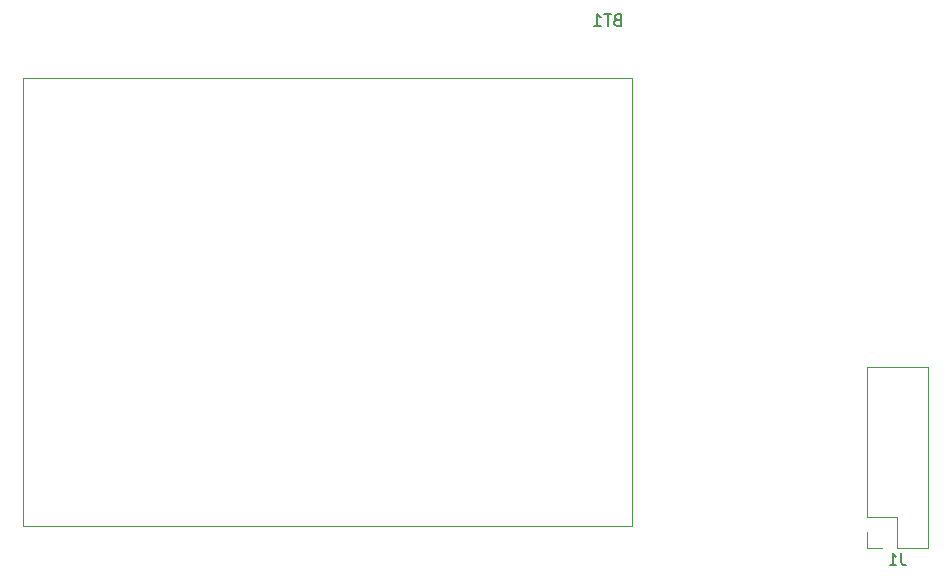
<source format=gbr>
G04 #@! TF.FileFunction,Legend,Bot*
%FSLAX46Y46*%
G04 Gerber Fmt 4.6, Leading zero omitted, Abs format (unit mm)*
G04 Created by KiCad (PCBNEW 4.0.6) date 05/07/18 16:26:14*
%MOMM*%
%LPD*%
G01*
G04 APERTURE LIST*
%ADD10C,0.100000*%
%ADD11C,0.120000*%
%ADD12C,0.150000*%
G04 APERTURE END LIST*
D10*
X124810000Y-159505000D02*
X124810000Y-121505000D01*
X73310000Y-159505000D02*
X124810000Y-159505000D01*
X73310000Y-121505000D02*
X73310000Y-159505000D01*
X124810000Y-121505000D02*
X73310000Y-121505000D01*
D11*
X144720000Y-145990000D02*
X149920000Y-145990000D01*
X144720000Y-158750000D02*
X144720000Y-145990000D01*
X149920000Y-161350000D02*
X149920000Y-145990000D01*
X144720000Y-158750000D02*
X147320000Y-158750000D01*
X147320000Y-158750000D02*
X147320000Y-161350000D01*
X147320000Y-161350000D02*
X149920000Y-161350000D01*
X144720000Y-160020000D02*
X144720000Y-161350000D01*
X144720000Y-161350000D02*
X146050000Y-161350000D01*
D12*
X123590714Y-116608571D02*
X123447857Y-116656190D01*
X123400238Y-116703810D01*
X123352619Y-116799048D01*
X123352619Y-116941905D01*
X123400238Y-117037143D01*
X123447857Y-117084762D01*
X123543095Y-117132381D01*
X123924048Y-117132381D01*
X123924048Y-116132381D01*
X123590714Y-116132381D01*
X123495476Y-116180000D01*
X123447857Y-116227619D01*
X123400238Y-116322857D01*
X123400238Y-116418095D01*
X123447857Y-116513333D01*
X123495476Y-116560952D01*
X123590714Y-116608571D01*
X123924048Y-116608571D01*
X123066905Y-116132381D02*
X122495476Y-116132381D01*
X122781191Y-117132381D02*
X122781191Y-116132381D01*
X121638333Y-117132381D02*
X122209762Y-117132381D01*
X121924048Y-117132381D02*
X121924048Y-116132381D01*
X122019286Y-116275238D01*
X122114524Y-116370476D01*
X122209762Y-116418095D01*
X147653333Y-161802381D02*
X147653333Y-162516667D01*
X147700953Y-162659524D01*
X147796191Y-162754762D01*
X147939048Y-162802381D01*
X148034286Y-162802381D01*
X146653333Y-162802381D02*
X147224762Y-162802381D01*
X146939048Y-162802381D02*
X146939048Y-161802381D01*
X147034286Y-161945238D01*
X147129524Y-162040476D01*
X147224762Y-162088095D01*
M02*

</source>
